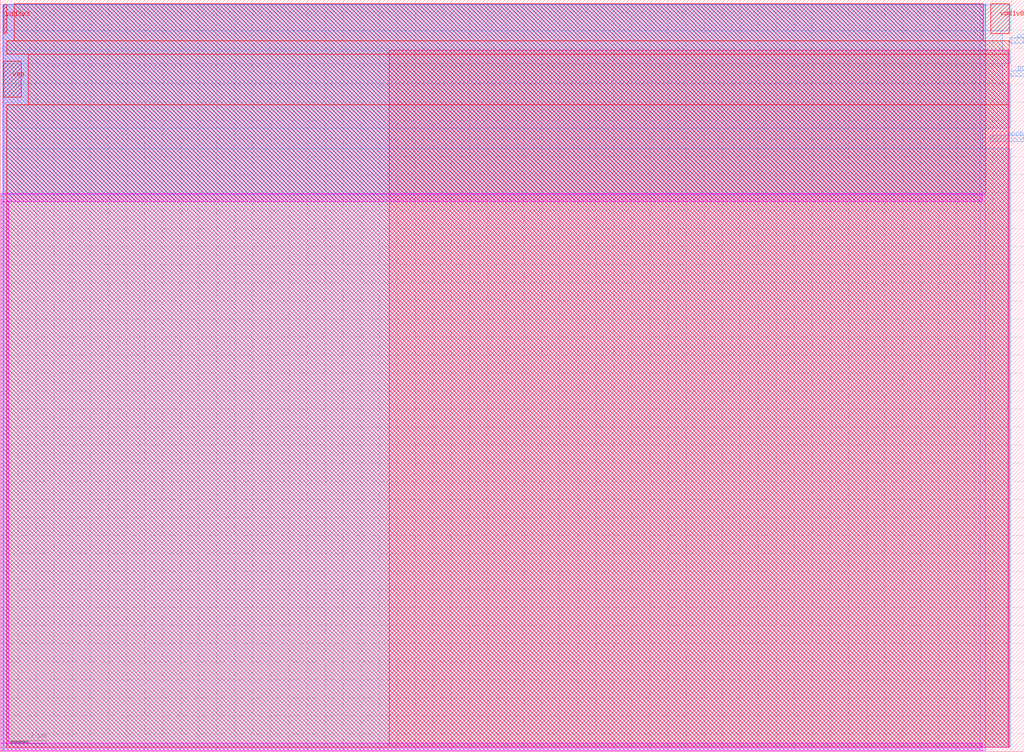
<source format=lef>
MACRO example_por
  CLASS BLOCK ;
  FOREIGN example_por ;
  ORIGIN 0.000 0.000 ;
  SIZE 56.720 BY 41.690 ;
  PIN vdd3v3
    ANTENNADIFFAREA 42.573048 ;
    PORT
      LAYER met4 ;
        RECT 0.190 39.825 0.365 41.415 ;
    END
  END vdd3v3
  PIN vdd1v8
    ANTENNADIFFAREA 7.828500 ;
    PORT
      LAYER met4 ;
        RECT 54.870 39.810 55.900 41.455 ;
    END
  END vdd1v8
  PIN vss
    ANTENNADIFFAREA 58.444324 ;
    PORT
      LAYER met4 ;
        RECT 0.190 36.275 1.160 38.275 ;
    END
  END vss
  PIN porb_h
    ANTENNADIFFAREA 2.520000 ;
    PORT
      LAYER met3 ;
        RECT 54.845 33.825 56.710 34.170 ;
    END
  END porb_h
  PIN por_l
    ANTENNADIFFAREA 2.520000 ;
    PORT
      LAYER met3 ;
        RECT 55.945 37.455 56.720 37.755 ;
    END
  END por_l
  PIN porb_l
    ANTENNADIFFAREA 2.520000 ;
    PORT
      LAYER met3 ;
        RECT 55.940 39.280 56.715 39.580 ;
    END
  END porb_l
  OBS
      LAYER pwell ;
        RECT 0.050 30.500 54.410 30.930 ;
        RECT 0.050 0.480 0.480 30.500 ;
        RECT 0.050 0.050 54.410 0.480 ;
      LAYER li1 ;
        RECT 0.175 0.180 54.300 41.440 ;
      LAYER met1 ;
        RECT 0.125 0.055 54.575 41.430 ;
      LAYER met2 ;
        RECT 0.190 30.880 54.590 41.435 ;
      LAYER met3 ;
        RECT 0.190 39.980 55.945 41.415 ;
        RECT 0.190 38.880 55.540 39.980 ;
        RECT 0.190 38.155 55.945 38.880 ;
        RECT 0.190 37.055 55.545 38.155 ;
        RECT 0.190 34.570 55.945 37.055 ;
        RECT 0.190 33.425 54.445 34.570 ;
        RECT 0.190 0.255 55.945 33.425 ;
      LAYER met4 ;
        RECT 0.765 39.425 54.470 41.455 ;
        RECT 0.365 39.410 54.470 39.425 ;
        RECT 0.365 38.675 55.890 39.410 ;
        RECT 1.560 35.875 55.890 38.675 ;
        RECT 0.365 0.255 55.890 35.875 ;
      LAYER met5 ;
        RECT 21.565 0.250 55.855 38.895 ;
  END
END example_por
END LIBRARY


</source>
